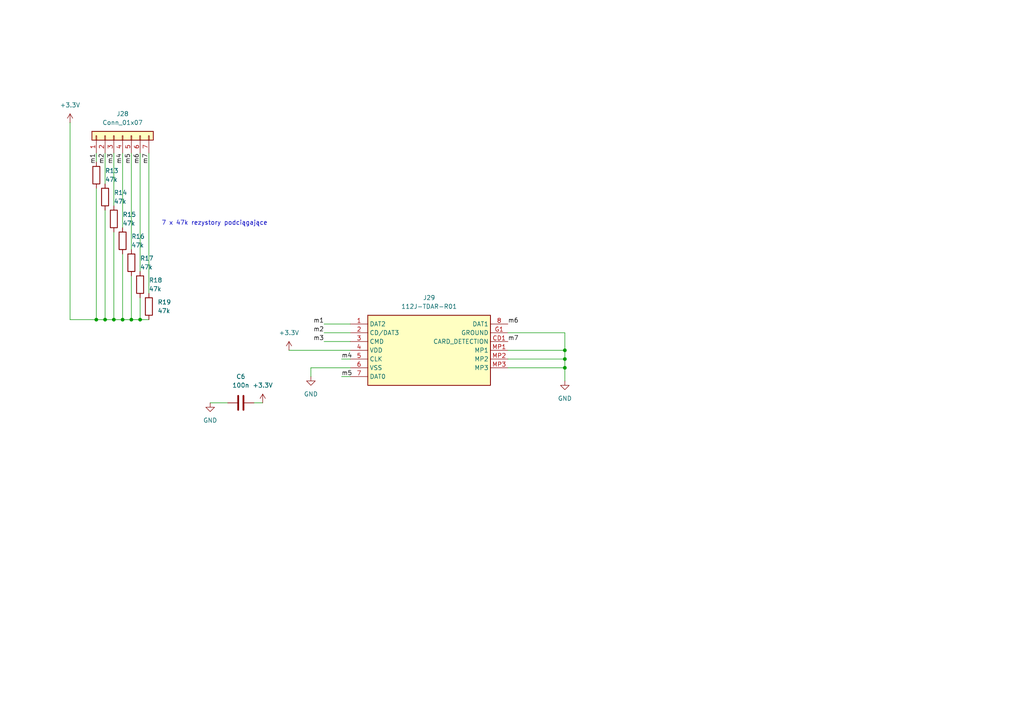
<source format=kicad_sch>
(kicad_sch (version 20250114) (generator "eeschema") (generator_version "9.0")
  (paper "A4")
  (lib_symbols
    (symbol "112J-TDAR-R01:112J-TDAR-R01"
      (property "Reference" "J" (at 41.91 7.62 0))
      (property "Value" "112J-TDAR-R01" (at 41.91 5.08 0))
      (symbol "112J-TDAR-R01_1_1"
        (rectangle (start 5.08 2.54) (end 40.64 -17.78) (stroke (width 0.254)) (fill (type background)))
        (pin passive line (at 0 0 0) (length 5.08) (name "DAT2") (number "1"))
        (pin passive line (at 0 -2.54 0) (length 5.08) (name "CD/DAT3") (number "2"))
        (pin passive line (at 0 -5.08 0) (length 5.08) (name "CMD") (number "3"))
        (pin passive line (at 0 -7.62 0) (length 5.08) (name "VDD") (number "4"))
        (pin passive line (at 0 -10.16 0) (length 5.08) (name "CLK") (number "5"))
        (pin passive line (at 0 -12.7 0) (length 5.08) (name "VSS") (number "6"))
        (pin passive line (at 0 -15.24 0) (length 5.08) (name "DAT0") (number "7"))
        (pin passive line (at 45.72 0 180) (length 5.08) (name "DAT1") (number "8"))
        (pin passive line (at 45.72 -2.54 180) (length 5.08) (name "GROUND") (number "G1"))
        (pin passive line (at 45.72 -5.08 180) (length 5.08) (name "CARD_DETECTION") (number "CD1"))
        (pin passive line (at 45.72 -7.62 180) (length 5.08) (name "MP1") (number "MP1"))
        (pin passive line (at 45.72 -10.16 180) (length 5.08) (name "MP2") (number "MP2"))
        (pin passive line (at 45.72 -12.7 180) (length 5.08) (name "MP3") (number "MP3"))
      )
    )
    (symbol "Connector_Generic:Conn_01x07" (pin_names (offset 1.016) (hide yes))
      (property "Reference" "J" (at 0 10.16 0))
      (property "Value" "Conn_01x07" (at 0 -10.16 0))
      (symbol "Conn_01x07_1_1"
        (rectangle (start -1.27 8.89) (end 1.27 -8.89) (stroke (width 0.254)) (fill (type background)))
        (rectangle (start -1.27 7.747) (end 0 7.493) (stroke (width 0.1524)))
        (rectangle (start -1.27 5.207) (end 0 4.953) (stroke (width 0.1524)))
        (rectangle (start -1.27 2.667) (end 0 2.413) (stroke (width 0.1524)))
        (rectangle (start -1.27 0.127) (end 0 -0.127) (stroke (width 0.1524)))
        (rectangle (start -1.27 -2.413) (end 0 -2.667) (stroke (width 0.1524)))
        (rectangle (start -1.27 -4.953) (end 0 -5.207) (stroke (width 0.1524)))
        (rectangle (start -1.27 -7.493) (end 0 -7.747) (stroke (width 0.1524)))
        (pin passive line (at -5.08 7.62 0) (length 3.81) (name "Pin_1") (number "1"))
        (pin passive line (at -5.08 5.08 0) (length 3.81) (name "Pin_2") (number "2"))
        (pin passive line (at -5.08 2.54 0) (length 3.81) (name "Pin_3") (number "3"))
        (pin passive line (at -5.08 0 0) (length 3.81) (name "Pin_4") (number "4"))
        (pin passive line (at -5.08 -2.54 0) (length 3.81) (name "Pin_5") (number "5"))
        (pin passive line (at -5.08 -5.08 0) (length 3.81) (name "Pin_6") (number "6"))
        (pin passive line (at -5.08 -7.62 0) (length 3.81) (name "Pin_7") (number "7"))
      )
    )
    (symbol "Device:C" (pin_numbers (hide yes)) (pin_names (offset 0.254))
      (property "Reference" "C" (at 0.635 2.54 0))
      (property "Value" "C" (at 0.635 -2.54 0))
      (symbol "C_0_1"
        (polyline (pts (xy -2.032 0.762) (xy 2.032 0.762)) (stroke (width 0.508)))
        (polyline (pts (xy -2.032 -0.762) (xy 2.032 -0.762)) (stroke (width 0.508)))
      )
      (symbol "C_1_1"
        (pin passive line (at 0 3.81 270) (length 2.794) (name "~") (number "1"))
        (pin passive line (at 0 -3.81 90) (length 2.794) (name "~") (number "2"))
      )
    )
    (symbol "Device:R" (pin_numbers (hide yes)) (pin_names (offset 0))
      (property "Reference" "R" (at 2.032 0 90))
      (property "Value" "R" (at 0 0 90))
      (symbol "R_0_1"
        (rectangle (start -1.016 -2.54) (end 1.016 2.54) (stroke (width 0.254)))
      )
      (symbol "R_1_1"
        (pin passive line (at 0 3.81 270) (length 1.27) (name "~") (number "1"))
        (pin passive line (at 0 -3.81 90) (length 1.27) (name "~") (number "2"))
      )
    )
    (symbol "power:+3.3V" (power) (pin_numbers (hide yes)) (pin_names (offset 0) (hide yes))
      (property "Value" "+3.3V" (at 0 3.556 0))
      (symbol "+3.3V_0_1"
        (polyline (pts (xy -0.762 1.27) (xy 0 2.54)))
        (polyline (pts (xy 0 2.54) (xy 0.762 1.27)))
        (polyline (pts (xy 0 0) (xy 0 2.54)))
      )
      (symbol "+3.3V_1_1"
        (pin power_in line (at 0 0 90) (length 0) (name "~") (number "1"))
      )
    )
    (symbol "power:GND" (power) (pin_numbers (hide yes)) (pin_names (offset 0) (hide yes))
      (property "Value" "GND" (at 0 -3.81 0))
      (symbol "GND_0_1"
        (polyline (pts (xy 0 0) (xy 0 -1.27) (xy 1.27 -1.27) (xy 0 -2.54) (xy -1.27 -1.27) (xy 0 -1.27)))
      )
      (symbol "GND_1_1"
        (pin power_in line (at 0 0 270) (length 0) (name "~") (number "1"))
      )
    )
  )
  (text "7 x 47k rezystory podciągające" (at 62.23 64.77 0) (effects (font (size 1.27 1.27))))
  (junction (at 30.48 92.71))
  (junction (at 33.02 92.71))
  (junction (at 163.83 101.6))
  (junction (at 38.1 92.71))
  (junction (at 40.64 92.71))
  (junction (at 35.56 92.71))
  (junction (at 163.83 104.14))
  (junction (at 163.83 106.68))
  (junction (at 27.94 92.71))
  (wire (pts (xy 38.1 44.45) (xy 38.1 72.39)))
  (wire (pts (xy 147.32 104.14) (xy 163.83 104.14)))
  (wire (pts (xy 27.94 44.45) (xy 27.94 46.99)))
  (wire (pts (xy 38.1 92.71) (xy 35.56 92.71)))
  (wire (pts (xy 40.64 86.36) (xy 40.64 92.71)))
  (wire (pts (xy 27.94 92.71) (xy 27.94 54.61)))
  (wire (pts (xy 93.98 93.98) (xy 101.6 93.98)))
  (wire (pts (xy 147.32 96.52) (xy 163.83 96.52)))
  (wire (pts (xy 20.32 92.71) (xy 27.94 92.71)))
  (wire (pts (xy 147.32 101.6) (xy 163.83 101.6)))
  (wire (pts (xy 90.17 106.68) (xy 90.17 109.22)))
  (wire (pts (xy 33.02 92.71) (xy 30.48 92.71)))
  (wire (pts (xy 33.02 92.71) (xy 33.02 67.31)))
  (wire (pts (xy 163.83 96.52) (xy 163.83 101.6)))
  (wire (pts (xy 99.06 109.22) (xy 101.6 109.22)))
  (wire (pts (xy 30.48 92.71) (xy 27.94 92.71)))
  (wire (pts (xy 40.64 92.71) (xy 38.1 92.71)))
  (wire (pts (xy 99.06 104.14) (xy 101.6 104.14)))
  (wire (pts (xy 30.48 92.71) (xy 30.48 60.96)))
  (wire (pts (xy 33.02 44.45) (xy 33.02 59.69)))
  (wire (pts (xy 43.18 44.45) (xy 43.18 85.09)))
  (wire (pts (xy 163.83 101.6) (xy 163.83 104.14)))
  (wire (pts (xy 93.98 99.06) (xy 101.6 99.06)))
  (wire (pts (xy 83.82 101.6) (xy 101.6 101.6)))
  (wire (pts (xy 38.1 92.71) (xy 38.1 80.01)))
  (wire (pts (xy 163.83 104.14) (xy 163.83 106.68)))
  (wire (pts (xy 40.64 44.45) (xy 40.64 78.74)))
  (wire (pts (xy 35.56 73.66) (xy 35.56 92.71)))
  (wire (pts (xy 30.48 44.45) (xy 30.48 53.34)))
  (wire (pts (xy 101.6 106.68) (xy 90.17 106.68)))
  (wire (pts (xy 60.96 116.84) (xy 66.04 116.84)))
  (wire (pts (xy 147.32 106.68) (xy 163.83 106.68)))
  (wire (pts (xy 35.56 44.45) (xy 35.56 66.04)))
  (wire (pts (xy 20.32 35.56) (xy 20.32 92.71)))
  (wire (pts (xy 35.56 92.71) (xy 33.02 92.71)))
  (wire (pts (xy 43.18 92.71) (xy 40.64 92.71)))
  (wire (pts (xy 73.66 116.84) (xy 76.2 116.84)))
  (wire (pts (xy 163.83 110.49) (xy 163.83 106.68)))
  (wire (pts (xy 93.98 96.52) (xy 101.6 96.52)))
  (label "m6" (at 147.32 93.98 0))
  (label "m2" (at 93.98 96.52 180))
  (label "m6" (at 40.64 44.45 270))
  (label "m3" (at 93.98 99.06 180))
  (label "m1" (at 93.98 93.98 180))
  (label "m5" (at 38.1 44.45 270))
  (label "m2" (at 30.48 44.45 270))
  (label "m4" (at 99.06 104.14 0))
  (label "m7" (at 147.32 99.06 0))
  (label "m3" (at 33.02 44.45 270))
  (label "m7" (at 43.18 44.45 270))
  (label "m1" (at 27.94 44.45 270))
  (label "m5" (at 99.06 109.22 0))
  (label "m4" (at 35.56 44.45 270))
  (symbol (lib_id "Device:R") (at 40.64 82.55 0) (unit 1)
    (property "Reference" "R18" (at 43.18 81.2799 0) (effects (justify left)))
    (property "Value" "47k" (at 43.18 83.8199 0) (effects (justify left)))
    (property "Footprint" "Resistor_SMD:R_0603_1608Metric_Pad0.98x0.95mm_HandSolder" (effects (hide yes)))
    (property "Description" "Resistor" (effects (hide yes)))
  )
  (symbol (lib_id "power:GND") (at 90.17 109.22 0) (unit 1)
    (property "Reference" "#PWR050" (effects (hide yes)))
    (property "Value" "GND" (at 90.17 114.3 0))
    (property "Description" "Power symbol creates a global label with name \"GND\" , ground" (effects (hide yes)))
  )
  (symbol (lib_id "112J-TDAR-R01:112J-TDAR-R01") (at 101.6 93.98 0) (unit 1)
    (property "Reference" "J29" (at 124.46 86.36 0))
    (property "Value" "112J-TDAR-R01" (at 124.46 88.9 0))
    (property "Footprint" "footprints:112JTDARR01" (effects (hide yes)))
    (property "Datasheet" "https://cdn.sos.sk/productdata/2c/8b/de324bd3/112j-tdar-r01.pdf" (effects (hide yes)))
    (property "Description" "Connector: for cards; SD Micro; push-push; SMT; gold-plated" (effects (hide yes)))
    (property "Height" "2" (effects (hide yes)))
    (property "Manufacturer_Name" "ATTEND" (effects (hide yes)))
    (property "Manufacturer_Part_Number" "112J-TDAR-R01" (effects (hide yes)))
  )
  (symbol (lib_id "Device:R") (at 33.02 63.5 0) (unit 1)
    (property "Reference" "R15" (at 35.56 62.2299 0) (effects (justify left)))
    (property "Value" "47k" (at 35.56 64.7699 0) (effects (justify left)))
    (property "Footprint" "Resistor_SMD:R_0603_1608Metric_Pad0.98x0.95mm_HandSolder" (effects (hide yes)))
    (property "Description" "Resistor" (effects (hide yes)))
  )
  (symbol (lib_id "power:+3.3V") (at 83.82 101.6 0) (unit 1)
    (property "Reference" "#PWR049" (effects (hide yes)))
    (property "Value" "+3.3V" (at 83.82 96.52 0))
    (property "Description" "Power symbol creates a global label with name \"+3.3V\"" (effects (hide yes)))
  )
  (symbol (lib_id "Device:R") (at 27.94 50.8 0) (unit 1)
    (property "Reference" "R13" (at 30.48 49.5299 0) (effects (justify left)))
    (property "Value" "47k" (at 30.48 52.0699 0) (effects (justify left)))
    (property "Footprint" "Resistor_SMD:R_0603_1608Metric_Pad0.98x0.95mm_HandSolder" (effects (hide yes)))
    (property "Description" "Resistor" (effects (hide yes)))
  )
  (symbol (lib_id "power:+3.3V") (at 20.32 35.56 0) (unit 1)
    (property "Reference" "#PWR046" (effects (hide yes)))
    (property "Value" "+3.3V" (at 20.32 30.48 0))
    (property "Description" "Power symbol creates a global label with name \"+3.3V\"" (effects (hide yes)))
  )
  (symbol (lib_id "Device:C") (at 69.85 116.84 90) (unit 1)
    (property "Reference" "C6" (at 69.85 109.22 90))
    (property "Value" "100n" (at 69.85 111.76 90))
    (property "Footprint" "Capacitor_SMD:C_0603_1608Metric_Pad1.08x0.95mm_HandSolder" (effects (hide yes)))
    (property "Description" "Unpolarized capacitor" (effects (hide yes)))
  )
  (symbol (lib_id "Device:R") (at 35.56 69.85 0) (unit 1)
    (property "Reference" "R16" (at 38.1 68.5799 0) (effects (justify left)))
    (property "Value" "47k" (at 38.1 71.1199 0) (effects (justify left)))
    (property "Footprint" "Resistor_SMD:R_0603_1608Metric_Pad0.98x0.95mm_HandSolder" (effects (hide yes)))
    (property "Description" "Resistor" (effects (hide yes)))
  )
  (symbol (lib_id "power:GND") (at 60.96 116.84 0) (unit 1)
    (property "Reference" "#PWR047" (effects (hide yes)))
    (property "Value" "GND" (at 60.96 121.92 0))
    (property "Description" "Power symbol creates a global label with name \"GND\" , ground" (effects (hide yes)))
  )
  (symbol (lib_id "Device:R") (at 38.1 76.2 0) (unit 1)
    (property "Reference" "R17" (at 40.64 74.9299 0) (effects (justify left)))
    (property "Value" "47k" (at 40.64 77.4699 0) (effects (justify left)))
    (property "Footprint" "Resistor_SMD:R_0603_1608Metric_Pad0.98x0.95mm_HandSolder" (effects (hide yes)))
    (property "Description" "Resistor" (effects (hide yes)))
  )
  (symbol (lib_id "power:+3.3V") (at 76.2 116.84 0) (unit 1)
    (property "Reference" "#PWR048" (effects (hide yes)))
    (property "Value" "+3.3V" (at 76.2 111.76 0))
    (property "Description" "Power symbol creates a global label with name \"+3.3V\"" (effects (hide yes)))
  )
  (symbol (lib_id "Device:R") (at 30.48 57.15 0) (unit 1)
    (property "Reference" "R14" (at 33.02 55.8799 0) (effects (justify left)))
    (property "Value" "47k" (at 33.02 58.4199 0) (effects (justify left)))
    (property "Footprint" "Resistor_SMD:R_0603_1608Metric_Pad0.98x0.95mm_HandSolder" (effects (hide yes)))
    (property "Description" "Resistor" (effects (hide yes)))
  )
  (symbol (lib_id "Device:R") (at 43.18 88.9 0) (unit 1)
    (property "Reference" "R19" (at 45.72 87.6299 0) (effects (justify left)))
    (property "Value" "47k" (at 45.72 90.1699 0) (effects (justify left)))
    (property "Footprint" "Resistor_SMD:R_0603_1608Metric_Pad0.98x0.95mm_HandSolder" (effects (hide yes)))
    (property "Description" "Resistor" (effects (hide yes)))
  )
  (symbol (lib_id "Connector_Generic:Conn_01x07") (at 35.56 39.37 90) (unit 1)
    (property "Reference" "J28" (at 35.56 33.02 90))
    (property "Value" "Conn_01x07" (at 35.56 35.56 90))
    (property "Footprint" "Connector_PinHeader_2.54mm:PinHeader_1x07_P2.54mm_Vertical" (effects (hide yes)))
    (property "Description" "Generic connector, single row, 01x07, script generated (kicad-library-utils/schlib/autogen/connector/)" (effects (hide yes)))
  )
  (symbol (lib_id "power:GND") (at 163.83 110.49 0) (unit 1)
    (property "Reference" "#PWR051" (effects (hide yes)))
    (property "Value" "GND" (at 163.83 115.57 0))
    (property "Description" "Power symbol creates a global label with name \"GND\" , ground" (effects (hide yes)))
  )
)
</source>
